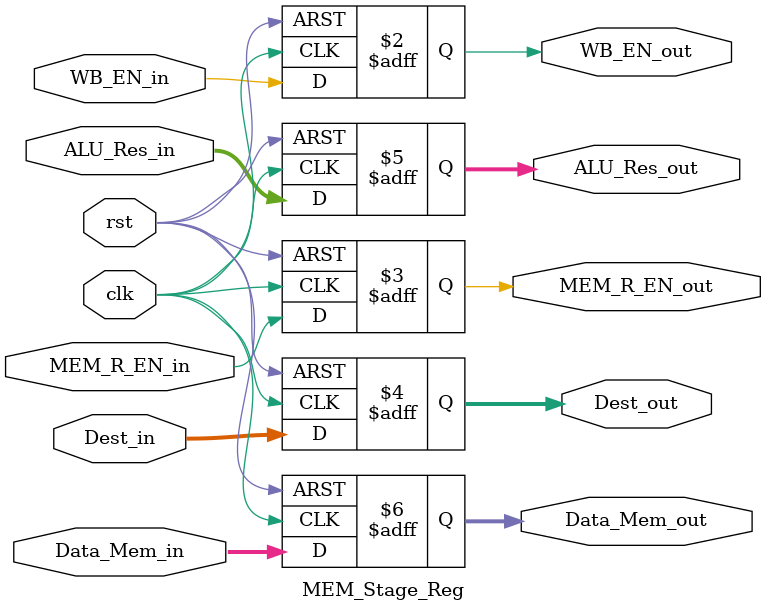
<source format=v>
module MEM_Stage_Reg (
    input clk, rst, WB_EN_in, MEM_R_EN_in,
    input [3:0] Dest_in,
    input [31:0] ALU_Res_in, Data_Mem_in,
    output reg WB_EN_out, MEM_R_EN_out,
    output reg [3:0] Dest_out,
    output reg [31:0] ALU_Res_out, Data_Mem_out
);

    always@(posedge clk or posedge rst) begin

        if (rst) begin
            WB_EN_out        <= 1'b0;
            MEM_R_EN_out     <= 1'b0;
            Dest_out         <= 4'b0;
            Data_Mem_out     <= 32'b0;
            ALU_Res_out      <= 32'b0;
        end 
        
        else begin
            WB_EN_out        <= WB_EN_in;
            MEM_R_EN_out     <= MEM_R_EN_in;
            Dest_out         <= Dest_in;
            Data_Mem_out     <= Data_Mem_in;
            ALU_Res_out      <= ALU_Res_in;
        end
    end

endmodule

</source>
